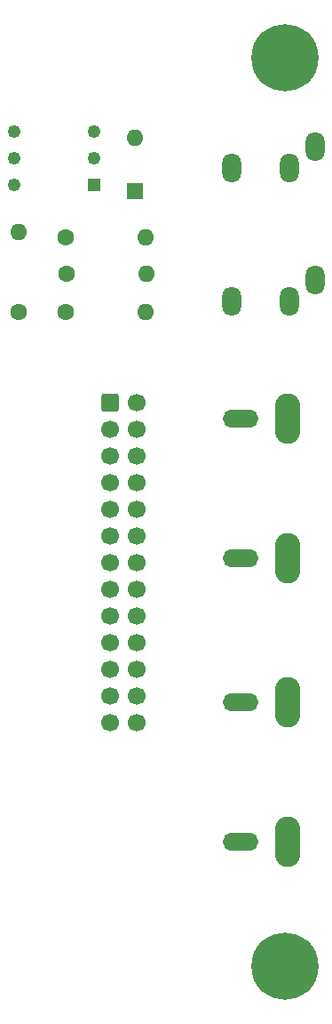
<source format=gbr>
%TF.GenerationSoftware,KiCad,Pcbnew,(6.0.1)*%
%TF.CreationDate,2022-07-28T18:42:17-07:00*%
%TF.ProjectId,waveblaster-to-midi-module,77617665-626c-4617-9374-65722d746f2d,rev?*%
%TF.SameCoordinates,PX525bfc0PY8670810*%
%TF.FileFunction,Soldermask,Bot*%
%TF.FilePolarity,Negative*%
%FSLAX46Y46*%
G04 Gerber Fmt 4.6, Leading zero omitted, Abs format (unit mm)*
G04 Created by KiCad (PCBNEW (6.0.1)) date 2022-07-28 18:42:17*
%MOMM*%
%LPD*%
G01*
G04 APERTURE LIST*
G04 Aperture macros list*
%AMRoundRect*
0 Rectangle with rounded corners*
0 $1 Rounding radius*
0 $2 $3 $4 $5 $6 $7 $8 $9 X,Y pos of 4 corners*
0 Add a 4 corners polygon primitive as box body*
4,1,4,$2,$3,$4,$5,$6,$7,$8,$9,$2,$3,0*
0 Add four circle primitives for the rounded corners*
1,1,$1+$1,$2,$3*
1,1,$1+$1,$4,$5*
1,1,$1+$1,$6,$7*
1,1,$1+$1,$8,$9*
0 Add four rect primitives between the rounded corners*
20,1,$1+$1,$2,$3,$4,$5,0*
20,1,$1+$1,$4,$5,$6,$7,0*
20,1,$1+$1,$6,$7,$8,$9,0*
20,1,$1+$1,$8,$9,$2,$3,0*%
G04 Aperture macros list end*
%ADD10RoundRect,0.250000X-0.600000X-0.600000X0.600000X-0.600000X0.600000X0.600000X-0.600000X0.600000X0*%
%ADD11C,1.700000*%
%ADD12C,6.400000*%
%ADD13O,1.800000X2.800000*%
%ADD14C,1.600000*%
%ADD15O,1.600000X1.600000*%
%ADD16R,1.248000X1.248000*%
%ADD17C,1.248000*%
%ADD18O,2.400000X4.800000*%
%ADD19O,3.400000X1.700000*%
%ADD20R,1.600000X1.600000*%
G04 APERTURE END LIST*
D10*
%TO.C,J7*%
X168700000Y-89800000D03*
D11*
X171240000Y-89800000D03*
X168700000Y-92340000D03*
X171240000Y-92340000D03*
X168700000Y-94880000D03*
X171240000Y-94880000D03*
X168700000Y-97420000D03*
X171240000Y-97420000D03*
X168700000Y-99960000D03*
X171240000Y-99960000D03*
X168700000Y-102500000D03*
X171240000Y-102500000D03*
X168700000Y-105040000D03*
X171240000Y-105040000D03*
X168700000Y-107580000D03*
X171240000Y-107580000D03*
X168700000Y-110120000D03*
X171240000Y-110120000D03*
X168700000Y-112660000D03*
X171240000Y-112660000D03*
X168700000Y-115200000D03*
X171240000Y-115200000D03*
X168700000Y-117740000D03*
X171240000Y-117740000D03*
X168700000Y-120280000D03*
X171240000Y-120280000D03*
%TD*%
D12*
%TO.C,H1*%
X185300000Y-57000000D03*
X185300000Y-143500000D03*
%TD*%
D13*
%TO.C,J1*%
X180300000Y-80190000D03*
X188200000Y-78190000D03*
X185800000Y-80190000D03*
%TD*%
D14*
%TO.C,R4*%
X164490000Y-77600000D03*
D15*
X172110000Y-77600000D03*
%TD*%
D16*
%TO.C,U1*%
X167160000Y-69100000D03*
D17*
X167160000Y-66560000D03*
X167160000Y-64020000D03*
X159540000Y-64020000D03*
X159540000Y-66560000D03*
X159540000Y-69100000D03*
%TD*%
D18*
%TO.C,J3*%
X185580000Y-118336000D03*
D19*
X181080000Y-118336000D03*
%TD*%
D14*
%TO.C,R3*%
X164440000Y-81190000D03*
D15*
X172060000Y-81190000D03*
%TD*%
D20*
%TO.C,D1*%
X171070000Y-69649300D03*
D15*
X171070000Y-64569300D03*
%TD*%
D13*
%TO.C,J2*%
X180300000Y-67480000D03*
X188200000Y-65480000D03*
X185800000Y-67480000D03*
%TD*%
D18*
%TO.C,J4*%
X185580000Y-131686000D03*
D19*
X181080000Y-131686000D03*
%TD*%
D14*
%TO.C,R2*%
X164440000Y-74060000D03*
D15*
X172060000Y-74060000D03*
%TD*%
D18*
%TO.C,J5*%
X185580000Y-91350000D03*
D19*
X181080000Y-91350000D03*
%TD*%
D14*
%TO.C,R1*%
X159930000Y-81240000D03*
D15*
X159930000Y-73620000D03*
%TD*%
D18*
%TO.C,J6*%
X185580000Y-104700000D03*
D19*
X181080000Y-104700000D03*
%TD*%
M02*

</source>
